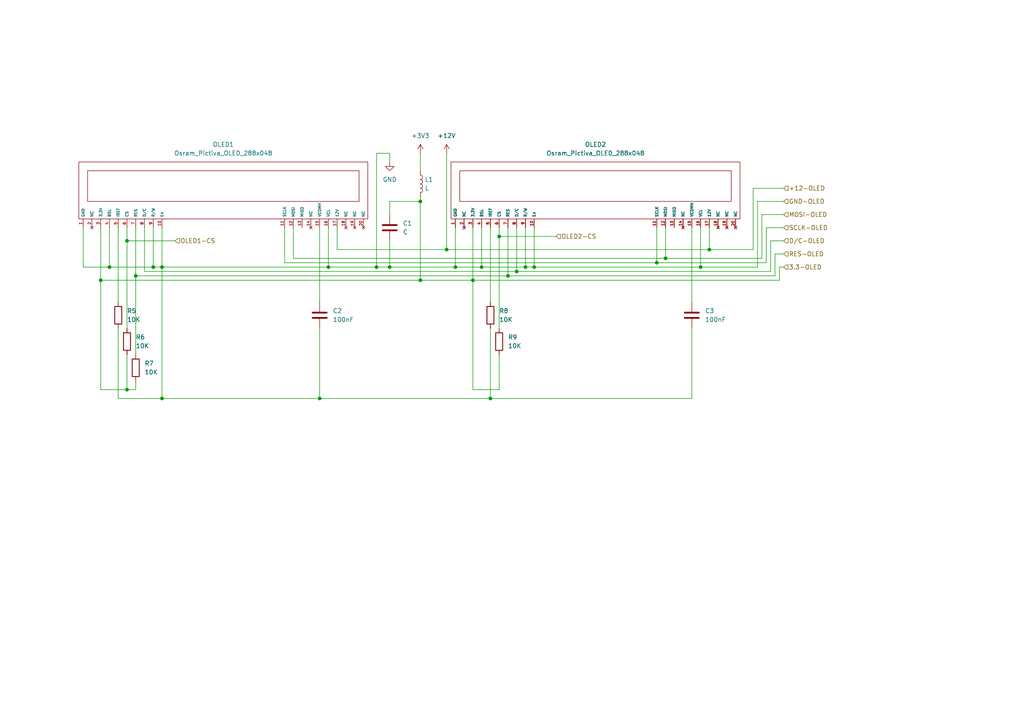
<source format=kicad_sch>
(kicad_sch (version 20211123) (generator eeschema)

  (uuid 2d0176b1-11b2-4357-83f1-ae15d5a8add9)

  (paper "A4")

  (lib_symbols
    (symbol "Device:C" (pin_numbers hide) (pin_names (offset 0.254)) (in_bom yes) (on_board yes)
      (property "Reference" "C" (id 0) (at 0.635 2.54 0)
        (effects (font (size 1.27 1.27)) (justify left))
      )
      (property "Value" "C" (id 1) (at 0.635 -2.54 0)
        (effects (font (size 1.27 1.27)) (justify left))
      )
      (property "Footprint" "" (id 2) (at 0.9652 -3.81 0)
        (effects (font (size 1.27 1.27)) hide)
      )
      (property "Datasheet" "~" (id 3) (at 0 0 0)
        (effects (font (size 1.27 1.27)) hide)
      )
      (property "ki_keywords" "cap capacitor" (id 4) (at 0 0 0)
        (effects (font (size 1.27 1.27)) hide)
      )
      (property "ki_description" "Unpolarized capacitor" (id 5) (at 0 0 0)
        (effects (font (size 1.27 1.27)) hide)
      )
      (property "ki_fp_filters" "C_*" (id 6) (at 0 0 0)
        (effects (font (size 1.27 1.27)) hide)
      )
      (symbol "C_0_1"
        (polyline
          (pts
            (xy -2.032 -0.762)
            (xy 2.032 -0.762)
          )
          (stroke (width 0.508) (type default) (color 0 0 0 0))
          (fill (type none))
        )
        (polyline
          (pts
            (xy -2.032 0.762)
            (xy 2.032 0.762)
          )
          (stroke (width 0.508) (type default) (color 0 0 0 0))
          (fill (type none))
        )
      )
      (symbol "C_1_1"
        (pin passive line (at 0 3.81 270) (length 2.794)
          (name "~" (effects (font (size 1.27 1.27))))
          (number "1" (effects (font (size 1.27 1.27))))
        )
        (pin passive line (at 0 -3.81 90) (length 2.794)
          (name "~" (effects (font (size 1.27 1.27))))
          (number "2" (effects (font (size 1.27 1.27))))
        )
      )
    )
    (symbol "Device:L" (pin_numbers hide) (pin_names (offset 1.016) hide) (in_bom yes) (on_board yes)
      (property "Reference" "L" (id 0) (at -1.27 0 90)
        (effects (font (size 1.27 1.27)))
      )
      (property "Value" "L" (id 1) (at 1.905 0 90)
        (effects (font (size 1.27 1.27)))
      )
      (property "Footprint" "" (id 2) (at 0 0 0)
        (effects (font (size 1.27 1.27)) hide)
      )
      (property "Datasheet" "~" (id 3) (at 0 0 0)
        (effects (font (size 1.27 1.27)) hide)
      )
      (property "ki_keywords" "inductor choke coil reactor magnetic" (id 4) (at 0 0 0)
        (effects (font (size 1.27 1.27)) hide)
      )
      (property "ki_description" "Inductor" (id 5) (at 0 0 0)
        (effects (font (size 1.27 1.27)) hide)
      )
      (property "ki_fp_filters" "Choke_* *Coil* Inductor_* L_*" (id 6) (at 0 0 0)
        (effects (font (size 1.27 1.27)) hide)
      )
      (symbol "L_0_1"
        (arc (start 0 -2.54) (mid 0.635 -1.905) (end 0 -1.27)
          (stroke (width 0) (type default) (color 0 0 0 0))
          (fill (type none))
        )
        (arc (start 0 -1.27) (mid 0.635 -0.635) (end 0 0)
          (stroke (width 0) (type default) (color 0 0 0 0))
          (fill (type none))
        )
        (arc (start 0 0) (mid 0.635 0.635) (end 0 1.27)
          (stroke (width 0) (type default) (color 0 0 0 0))
          (fill (type none))
        )
        (arc (start 0 1.27) (mid 0.635 1.905) (end 0 2.54)
          (stroke (width 0) (type default) (color 0 0 0 0))
          (fill (type none))
        )
      )
      (symbol "L_1_1"
        (pin passive line (at 0 3.81 270) (length 1.27)
          (name "1" (effects (font (size 1.27 1.27))))
          (number "1" (effects (font (size 1.27 1.27))))
        )
        (pin passive line (at 0 -3.81 90) (length 1.27)
          (name "2" (effects (font (size 1.27 1.27))))
          (number "2" (effects (font (size 1.27 1.27))))
        )
      )
    )
    (symbol "Device:R" (pin_numbers hide) (pin_names (offset 0)) (in_bom yes) (on_board yes)
      (property "Reference" "R" (id 0) (at 2.032 0 90)
        (effects (font (size 1.27 1.27)))
      )
      (property "Value" "R" (id 1) (at 0 0 90)
        (effects (font (size 1.27 1.27)))
      )
      (property "Footprint" "" (id 2) (at -1.778 0 90)
        (effects (font (size 1.27 1.27)) hide)
      )
      (property "Datasheet" "~" (id 3) (at 0 0 0)
        (effects (font (size 1.27 1.27)) hide)
      )
      (property "ki_keywords" "R res resistor" (id 4) (at 0 0 0)
        (effects (font (size 1.27 1.27)) hide)
      )
      (property "ki_description" "Resistor" (id 5) (at 0 0 0)
        (effects (font (size 1.27 1.27)) hide)
      )
      (property "ki_fp_filters" "R_*" (id 6) (at 0 0 0)
        (effects (font (size 1.27 1.27)) hide)
      )
      (symbol "R_0_1"
        (rectangle (start -1.016 -2.54) (end 1.016 2.54)
          (stroke (width 0.254) (type default) (color 0 0 0 0))
          (fill (type none))
        )
      )
      (symbol "R_1_1"
        (pin passive line (at 0 3.81 270) (length 1.27)
          (name "~" (effects (font (size 1.27 1.27))))
          (number "1" (effects (font (size 1.27 1.27))))
        )
        (pin passive line (at 0 -3.81 90) (length 1.27)
          (name "~" (effects (font (size 1.27 1.27))))
          (number "2" (effects (font (size 1.27 1.27))))
        )
      )
    )
    (symbol "Display_Graphic:Osram_Pictiva_OLED_288x048" (in_bom yes) (on_board yes)
      (property "Reference" "OLED" (id 0) (at 0 0 0)
        (effects (font (size 1.27 1.27)))
      )
      (property "Value" "Osram_Pictiva_OLED_288x048" (id 1) (at 0 0 0)
        (effects (font (size 1.27 1.27)))
      )
      (property "Footprint" "" (id 2) (at 0 0 0)
        (effects (font (size 1.27 1.27)) hide)
      )
      (property "Datasheet" "" (id 3) (at 0 0 0)
        (effects (font (size 1.27 1.27)) hide)
      )
      (symbol "Osram_Pictiva_OLED_288x048_0_1"
        (rectangle (start -41.91 10.16) (end 41.91 -6.35)
          (stroke (width 0) (type default) (color 0 0 0 0))
          (fill (type none))
        )
        (rectangle (start -39.37 7.62) (end 39.37 -1.27)
          (stroke (width 0) (type default) (color 0 0 0 0))
          (fill (type none))
        )
      )
      (symbol "Osram_Pictiva_OLED_288x048_1_1"
        (pin power_in line (at -40.64 -8.89 90) (length 2.54)
          (name "GND" (effects (font (size 0.8 0.8))))
          (number "1" (effects (font (size 0.8 0.8))))
        )
        (pin input line (at -17.78 -8.89 90) (length 2.54)
          (name "En" (effects (font (size 0.8 0.8))))
          (number "10" (effects (font (size 0.8 0.8))))
        )
        (pin input line (at 17.78 -8.89 90) (length 2.54)
          (name "SCLK" (effects (font (size 0.8 0.8))))
          (number "11" (effects (font (size 0.8 0.8))))
        )
        (pin input line (at 20.32 -8.89 90) (length 2.54)
          (name "MOSI" (effects (font (size 0.8 0.8))))
          (number "12" (effects (font (size 0.8 0.8))))
        )
        (pin output line (at 22.86 -8.89 90) (length 2.54)
          (name "MISO" (effects (font (size 0.8 0.8))))
          (number "13" (effects (font (size 0.8 0.8))))
        )
        (pin no_connect line (at 25.4 -8.89 90) (length 2.54)
          (name "NC" (effects (font (size 0.8 0.8))))
          (number "14" (effects (font (size 0.8 0.8))))
        )
        (pin input line (at 27.94 -8.89 90) (length 2.54)
          (name "VCOMH" (effects (font (size 0.8 0.8))))
          (number "15" (effects (font (size 0.8 0.8))))
        )
        (pin power_in line (at 30.48 -8.89 90) (length 2.54)
          (name "VCL" (effects (font (size 0.8 0.8))))
          (number "16" (effects (font (size 0.8 0.8))))
        )
        (pin power_in line (at 33.02 -8.89 90) (length 2.54)
          (name "12V" (effects (font (size 0.8 0.8))))
          (number "17" (effects (font (size 0.8 0.8))))
        )
        (pin no_connect line (at 35.56 -8.89 90) (length 2.54)
          (name "NC" (effects (font (size 0.8 0.8))))
          (number "18" (effects (font (size 0.8 0.8))))
        )
        (pin no_connect line (at 38.1 -8.89 90) (length 2.54)
          (name "NC" (effects (font (size 0.8 0.8))))
          (number "19" (effects (font (size 0.8 0.8))))
        )
        (pin no_connect line (at -38.1 -8.89 90) (length 2.54)
          (name "NC" (effects (font (size 0.8 0.8))))
          (number "2" (effects (font (size 0.8 0.8))))
        )
        (pin no_connect line (at 40.64 -8.89 90) (length 2.54)
          (name "NC" (effects (font (size 0.8 0.8))))
          (number "20" (effects (font (size 0.8 0.8))))
        )
        (pin power_in line (at -35.56 -8.89 90) (length 2.54)
          (name "3.3V" (effects (font (size 0.8 0.8))))
          (number "3" (effects (font (size 0.8 0.8))))
        )
        (pin input line (at -33.02 -8.89 90) (length 2.54)
          (name "BSL" (effects (font (size 0.8 0.8))))
          (number "4" (effects (font (size 0.8 0.8))))
        )
        (pin input line (at -30.48 -8.89 90) (length 2.54)
          (name "IREF" (effects (font (size 0.8 0.8))))
          (number "5" (effects (font (size 0.8 0.8))))
        )
        (pin input line (at -27.94 -8.89 90) (length 2.54)
          (name "CS" (effects (font (size 0.8 0.8))))
          (number "6" (effects (font (size 0.8 0.8))))
        )
        (pin input line (at -25.4 -8.89 90) (length 2.54)
          (name "RES" (effects (font (size 0.8 0.8))))
          (number "7" (effects (font (size 0.8 0.8))))
        )
        (pin input line (at -22.86 -8.89 90) (length 2.54)
          (name "D/C" (effects (font (size 0.8 0.8))))
          (number "8" (effects (font (size 0.8 0.8))))
        )
        (pin input line (at -20.32 -8.89 90) (length 2.54)
          (name "R/W" (effects (font (size 0.8 0.8))))
          (number "9" (effects (font (size 0.8 0.8))))
        )
      )
    )
    (symbol "power:+12V" (power) (pin_names (offset 0)) (in_bom yes) (on_board yes)
      (property "Reference" "#PWR" (id 0) (at 0 -3.81 0)
        (effects (font (size 1.27 1.27)) hide)
      )
      (property "Value" "+12V" (id 1) (at 0 3.556 0)
        (effects (font (size 1.27 1.27)))
      )
      (property "Footprint" "" (id 2) (at 0 0 0)
        (effects (font (size 1.27 1.27)) hide)
      )
      (property "Datasheet" "" (id 3) (at 0 0 0)
        (effects (font (size 1.27 1.27)) hide)
      )
      (property "ki_keywords" "power-flag" (id 4) (at 0 0 0)
        (effects (font (size 1.27 1.27)) hide)
      )
      (property "ki_description" "Power symbol creates a global label with name \"+12V\"" (id 5) (at 0 0 0)
        (effects (font (size 1.27 1.27)) hide)
      )
      (symbol "+12V_0_1"
        (polyline
          (pts
            (xy -0.762 1.27)
            (xy 0 2.54)
          )
          (stroke (width 0) (type default) (color 0 0 0 0))
          (fill (type none))
        )
        (polyline
          (pts
            (xy 0 0)
            (xy 0 2.54)
          )
          (stroke (width 0) (type default) (color 0 0 0 0))
          (fill (type none))
        )
        (polyline
          (pts
            (xy 0 2.54)
            (xy 0.762 1.27)
          )
          (stroke (width 0) (type default) (color 0 0 0 0))
          (fill (type none))
        )
      )
      (symbol "+12V_1_1"
        (pin power_in line (at 0 0 90) (length 0) hide
          (name "+12V" (effects (font (size 1.27 1.27))))
          (number "1" (effects (font (size 1.27 1.27))))
        )
      )
    )
    (symbol "power:+3.3V" (power) (pin_names (offset 0)) (in_bom yes) (on_board yes)
      (property "Reference" "#PWR" (id 0) (at 0 -3.81 0)
        (effects (font (size 1.27 1.27)) hide)
      )
      (property "Value" "+3.3V" (id 1) (at 0 3.556 0)
        (effects (font (size 1.27 1.27)))
      )
      (property "Footprint" "" (id 2) (at 0 0 0)
        (effects (font (size 1.27 1.27)) hide)
      )
      (property "Datasheet" "" (id 3) (at 0 0 0)
        (effects (font (size 1.27 1.27)) hide)
      )
      (property "ki_keywords" "power-flag" (id 4) (at 0 0 0)
        (effects (font (size 1.27 1.27)) hide)
      )
      (property "ki_description" "Power symbol creates a global label with name \"+3.3V\"" (id 5) (at 0 0 0)
        (effects (font (size 1.27 1.27)) hide)
      )
      (symbol "+3.3V_0_1"
        (polyline
          (pts
            (xy -0.762 1.27)
            (xy 0 2.54)
          )
          (stroke (width 0) (type default) (color 0 0 0 0))
          (fill (type none))
        )
        (polyline
          (pts
            (xy 0 0)
            (xy 0 2.54)
          )
          (stroke (width 0) (type default) (color 0 0 0 0))
          (fill (type none))
        )
        (polyline
          (pts
            (xy 0 2.54)
            (xy 0.762 1.27)
          )
          (stroke (width 0) (type default) (color 0 0 0 0))
          (fill (type none))
        )
      )
      (symbol "+3.3V_1_1"
        (pin power_in line (at 0 0 90) (length 0) hide
          (name "+3V3" (effects (font (size 1.27 1.27))))
          (number "1" (effects (font (size 1.27 1.27))))
        )
      )
    )
    (symbol "power:GND" (power) (pin_names (offset 0)) (in_bom yes) (on_board yes)
      (property "Reference" "#PWR" (id 0) (at 0 -6.35 0)
        (effects (font (size 1.27 1.27)) hide)
      )
      (property "Value" "GND" (id 1) (at 0 -3.81 0)
        (effects (font (size 1.27 1.27)))
      )
      (property "Footprint" "" (id 2) (at 0 0 0)
        (effects (font (size 1.27 1.27)) hide)
      )
      (property "Datasheet" "" (id 3) (at 0 0 0)
        (effects (font (size 1.27 1.27)) hide)
      )
      (property "ki_keywords" "power-flag" (id 4) (at 0 0 0)
        (effects (font (size 1.27 1.27)) hide)
      )
      (property "ki_description" "Power symbol creates a global label with name \"GND\" , ground" (id 5) (at 0 0 0)
        (effects (font (size 1.27 1.27)) hide)
      )
      (symbol "GND_0_1"
        (polyline
          (pts
            (xy 0 0)
            (xy 0 -1.27)
            (xy 1.27 -1.27)
            (xy 0 -2.54)
            (xy -1.27 -1.27)
            (xy 0 -1.27)
          )
          (stroke (width 0) (type default) (color 0 0 0 0))
          (fill (type none))
        )
      )
      (symbol "GND_1_1"
        (pin power_in line (at 0 0 270) (length 0) hide
          (name "GND" (effects (font (size 1.27 1.27))))
          (number "1" (effects (font (size 1.27 1.27))))
        )
      )
    )
  )

  (junction (at 149.86 78.74) (diameter 0) (color 0 0 0 0)
    (uuid 0087b9fc-2184-4277-b27d-fdc9864f96b5)
  )
  (junction (at 139.7 77.47) (diameter 0) (color 0 0 0 0)
    (uuid 0f7bb6a9-fb4c-4cc7-a618-265603693280)
  )
  (junction (at 132.08 77.47) (diameter 0) (color 0 0 0 0)
    (uuid 1a019864-a904-4935-be64-535592bb1b74)
  )
  (junction (at 31.75 77.47) (diameter 0) (color 0 0 0 0)
    (uuid 1bcc0a18-2fc0-43a5-b774-aa35959beaec)
  )
  (junction (at 29.21 81.28) (diameter 0) (color 0 0 0 0)
    (uuid 29cf8c51-9798-4fdd-8e65-83c4455908e7)
  )
  (junction (at 92.71 115.57) (diameter 0) (color 0 0 0 0)
    (uuid 2b7b1c93-0ffb-444b-80bc-f41a1e2a41f7)
  )
  (junction (at 205.74 72.39) (diameter 0) (color 0 0 0 0)
    (uuid 2c3c5a88-d8d5-4e8e-8fe3-709de6747d75)
  )
  (junction (at 203.2 77.47) (diameter 0) (color 0 0 0 0)
    (uuid 473a8c4d-c34e-4a64-9807-4ff2269ed547)
  )
  (junction (at 46.99 115.57) (diameter 0) (color 0 0 0 0)
    (uuid 4ee63312-db00-48a6-80c5-cb5982ad8393)
  )
  (junction (at 46.99 77.47) (diameter 0) (color 0 0 0 0)
    (uuid 51e4dad3-4247-468a-97e2-56c309805d85)
  )
  (junction (at 152.4 77.47) (diameter 0) (color 0 0 0 0)
    (uuid 543596d3-2fec-4d83-b1c6-3219b582954e)
  )
  (junction (at 137.16 81.28) (diameter 0) (color 0 0 0 0)
    (uuid 638117ff-a73c-4a76-976b-ab6ab724fb0a)
  )
  (junction (at 36.83 69.85) (diameter 0) (color 0 0 0 0)
    (uuid 6bef494c-4365-4e0b-b76a-20f0c1d37b83)
  )
  (junction (at 129.54 72.39) (diameter 0) (color 0 0 0 0)
    (uuid 6e75c306-3b2d-40fa-961f-01069a5a3f8c)
  )
  (junction (at 190.5 76.2) (diameter 0) (color 0 0 0 0)
    (uuid 8736e9c8-b62b-4fa4-ae8a-96b65253d2f1)
  )
  (junction (at 147.32 80.01) (diameter 0) (color 0 0 0 0)
    (uuid 898ba621-ba62-475b-b2cf-70b931e26d57)
  )
  (junction (at 44.45 77.47) (diameter 0) (color 0 0 0 0)
    (uuid 8e5836d9-1b12-407d-ac5d-594d0454f386)
  )
  (junction (at 36.83 113.03) (diameter 0) (color 0 0 0 0)
    (uuid 92c634d5-c0f7-4929-99fe-0a253922d47b)
  )
  (junction (at 113.03 77.47) (diameter 0) (color 0 0 0 0)
    (uuid 93cb07c7-6cc4-4d8f-a96e-e7de33612c9c)
  )
  (junction (at 39.37 80.01) (diameter 0) (color 0 0 0 0)
    (uuid ad96f3ff-49fb-4441-a84e-480d839b6ecd)
  )
  (junction (at 109.22 77.47) (diameter 0) (color 0 0 0 0)
    (uuid bc6f558f-3669-49d2-ba21-a83dff477ea5)
  )
  (junction (at 142.24 115.57) (diameter 0) (color 0 0 0 0)
    (uuid c43f350f-959b-4ace-99e2-b0a5d0d4b386)
  )
  (junction (at 154.94 77.47) (diameter 0) (color 0 0 0 0)
    (uuid c5802fe4-01a0-4bdb-9a97-7f0ddfdb9898)
  )
  (junction (at 193.04 74.93) (diameter 0) (color 0 0 0 0)
    (uuid cf900bf1-eef6-4ea6-b1e1-76ef07f4cb22)
  )
  (junction (at 144.78 68.58) (diameter 0) (color 0 0 0 0)
    (uuid d96ef590-f426-4338-9374-1b89e28e7ee2)
  )
  (junction (at 121.92 81.28) (diameter 0) (color 0 0 0 0)
    (uuid da2a6d33-259a-47ea-bf00-7185638d5980)
  )
  (junction (at 121.92 58.42) (diameter 0) (color 0 0 0 0)
    (uuid dd9297cc-9e4d-4ca0-acb7-cd43c2f80aaf)
  )
  (junction (at 95.25 77.47) (diameter 0) (color 0 0 0 0)
    (uuid fee582da-d8ee-4ffd-9b39-10f6951de264)
  )

  (wire (pts (xy 24.13 66.04) (xy 24.13 77.47))
    (stroke (width 0) (type default) (color 0 0 0 0))
    (uuid 012eae13-83b4-4d27-ae83-e05f0fb33ad0)
  )
  (wire (pts (xy 121.92 58.42) (xy 121.92 81.28))
    (stroke (width 0) (type default) (color 0 0 0 0))
    (uuid 01d0d2e9-cbe0-4d96-82f2-a74a23a5c6b7)
  )
  (wire (pts (xy 97.79 66.04) (xy 97.79 72.39))
    (stroke (width 0) (type default) (color 0 0 0 0))
    (uuid 03474ded-1292-4339-8517-c9b117904c54)
  )
  (wire (pts (xy 226.06 77.47) (xy 227.33 77.47))
    (stroke (width 0) (type default) (color 0 0 0 0))
    (uuid 036dd091-0a60-40ff-8218-c638574b3a93)
  )
  (wire (pts (xy 137.16 113.03) (xy 137.16 81.28))
    (stroke (width 0) (type default) (color 0 0 0 0))
    (uuid 0703ea74-b4a4-4d51-9a1c-68cf4066829a)
  )
  (wire (pts (xy 149.86 78.74) (xy 223.52 78.74))
    (stroke (width 0) (type default) (color 0 0 0 0))
    (uuid 0b485980-164a-420f-aa20-9bba2db9ae3b)
  )
  (wire (pts (xy 144.78 102.87) (xy 144.78 113.03))
    (stroke (width 0) (type default) (color 0 0 0 0))
    (uuid 0c7685bf-3412-4bc9-a03f-220ce2ff4409)
  )
  (wire (pts (xy 218.44 54.61) (xy 227.33 54.61))
    (stroke (width 0) (type default) (color 0 0 0 0))
    (uuid 0f4b4dc8-feb1-4d06-a73d-076ace7fd8e2)
  )
  (wire (pts (xy 203.2 77.47) (xy 219.71 77.47))
    (stroke (width 0) (type default) (color 0 0 0 0))
    (uuid 13737581-7dfd-4db0-80d0-2e29b2627948)
  )
  (wire (pts (xy 154.94 77.47) (xy 154.94 66.04))
    (stroke (width 0) (type default) (color 0 0 0 0))
    (uuid 18801a92-9f94-4725-b8a6-3e22c6ff6fe5)
  )
  (wire (pts (xy 149.86 78.74) (xy 149.86 66.04))
    (stroke (width 0) (type default) (color 0 0 0 0))
    (uuid 1c03bb57-7819-4cfb-af80-f6645ea79313)
  )
  (wire (pts (xy 29.21 66.04) (xy 29.21 81.28))
    (stroke (width 0) (type default) (color 0 0 0 0))
    (uuid 1cbbfee4-06dd-44ee-af91-d336edf2459c)
  )
  (wire (pts (xy 142.24 66.04) (xy 142.24 87.63))
    (stroke (width 0) (type default) (color 0 0 0 0))
    (uuid 1f7b2375-f101-4156-b489-2943ece797e5)
  )
  (wire (pts (xy 220.98 74.93) (xy 220.98 62.23))
    (stroke (width 0) (type default) (color 0 0 0 0))
    (uuid 23ccef44-4fac-4320-80b8-733634334a7a)
  )
  (wire (pts (xy 193.04 74.93) (xy 193.04 66.04))
    (stroke (width 0) (type default) (color 0 0 0 0))
    (uuid 2764006c-3847-4807-a806-dce63aa294b3)
  )
  (wire (pts (xy 223.52 69.85) (xy 227.33 69.85))
    (stroke (width 0) (type default) (color 0 0 0 0))
    (uuid 277fdcb7-eab2-4e89-acac-61d3253f24fa)
  )
  (wire (pts (xy 142.24 115.57) (xy 200.66 115.57))
    (stroke (width 0) (type default) (color 0 0 0 0))
    (uuid 291be11f-562b-493e-8eb0-e748775eed57)
  )
  (wire (pts (xy 139.7 66.04) (xy 139.7 77.47))
    (stroke (width 0) (type default) (color 0 0 0 0))
    (uuid 292dd3ce-cde0-4e3f-b9b1-8492fa02bad8)
  )
  (wire (pts (xy 147.32 80.01) (xy 147.32 66.04))
    (stroke (width 0) (type default) (color 0 0 0 0))
    (uuid 295524ca-734d-4688-b035-bfe8f0cd63fd)
  )
  (wire (pts (xy 92.71 66.04) (xy 92.71 87.63))
    (stroke (width 0) (type default) (color 0 0 0 0))
    (uuid 2a38b809-f858-4d94-b98b-86010b4c5ee9)
  )
  (wire (pts (xy 36.83 113.03) (xy 39.37 113.03))
    (stroke (width 0) (type default) (color 0 0 0 0))
    (uuid 2b7c1cfc-ce63-43bf-80e4-d4e2a265b9fd)
  )
  (wire (pts (xy 137.16 81.28) (xy 226.06 81.28))
    (stroke (width 0) (type default) (color 0 0 0 0))
    (uuid 2d145cb5-1be0-477e-992b-b0e3ad13d954)
  )
  (wire (pts (xy 29.21 81.28) (xy 29.21 113.03))
    (stroke (width 0) (type default) (color 0 0 0 0))
    (uuid 2dec3f16-d443-4e35-ae47-c02c1ae03a32)
  )
  (wire (pts (xy 39.37 113.03) (xy 39.37 110.49))
    (stroke (width 0) (type default) (color 0 0 0 0))
    (uuid 336624c2-cd01-444a-9f80-164d40cc7c04)
  )
  (wire (pts (xy 46.99 77.47) (xy 95.25 77.47))
    (stroke (width 0) (type default) (color 0 0 0 0))
    (uuid 392a8496-7268-4852-ae7f-22bc56dcf013)
  )
  (wire (pts (xy 97.79 72.39) (xy 129.54 72.39))
    (stroke (width 0) (type default) (color 0 0 0 0))
    (uuid 3abf8a82-e3de-44cf-8190-53608ceaec98)
  )
  (wire (pts (xy 200.66 66.04) (xy 200.66 87.63))
    (stroke (width 0) (type default) (color 0 0 0 0))
    (uuid 43b924a3-d857-4ce1-ac06-23445ead30cb)
  )
  (wire (pts (xy 219.71 77.47) (xy 219.71 58.42))
    (stroke (width 0) (type default) (color 0 0 0 0))
    (uuid 43d9526a-f36c-41ce-8c7e-3e6956756a3f)
  )
  (wire (pts (xy 46.99 115.57) (xy 34.29 115.57))
    (stroke (width 0) (type default) (color 0 0 0 0))
    (uuid 461baedb-a09d-4b58-b714-e15c7a7c6c98)
  )
  (wire (pts (xy 200.66 115.57) (xy 200.66 95.25))
    (stroke (width 0) (type default) (color 0 0 0 0))
    (uuid 47fe01b9-543b-4796-90c1-331b0d937bbe)
  )
  (wire (pts (xy 129.54 72.39) (xy 205.74 72.39))
    (stroke (width 0) (type default) (color 0 0 0 0))
    (uuid 48d9fad0-e48b-48c8-a669-9e27640f9372)
  )
  (wire (pts (xy 205.74 72.39) (xy 218.44 72.39))
    (stroke (width 0) (type default) (color 0 0 0 0))
    (uuid 4a44358c-7759-40f7-b824-5218ed25ca2b)
  )
  (wire (pts (xy 44.45 66.04) (xy 44.45 77.47))
    (stroke (width 0) (type default) (color 0 0 0 0))
    (uuid 4ac7ad7d-928d-43ac-bd7c-4ba6092580ff)
  )
  (wire (pts (xy 193.04 74.93) (xy 220.98 74.93))
    (stroke (width 0) (type default) (color 0 0 0 0))
    (uuid 4bb3b12c-3303-4c65-945e-ee1232927f81)
  )
  (wire (pts (xy 24.13 77.47) (xy 31.75 77.47))
    (stroke (width 0) (type default) (color 0 0 0 0))
    (uuid 4d56a1cf-18c7-4783-b30d-b4b44325ba8a)
  )
  (wire (pts (xy 190.5 76.2) (xy 222.25 76.2))
    (stroke (width 0) (type default) (color 0 0 0 0))
    (uuid 5104cfa4-82e4-4157-aef5-56c930c2d6bf)
  )
  (wire (pts (xy 223.52 78.74) (xy 223.52 69.85))
    (stroke (width 0) (type default) (color 0 0 0 0))
    (uuid 54dbd678-f489-46c9-8edd-a6ed82da6557)
  )
  (wire (pts (xy 205.74 72.39) (xy 205.74 66.04))
    (stroke (width 0) (type default) (color 0 0 0 0))
    (uuid 572de99f-10cd-4a7a-8960-9882f256909c)
  )
  (wire (pts (xy 121.92 44.45) (xy 121.92 49.53))
    (stroke (width 0) (type default) (color 0 0 0 0))
    (uuid 5940db9b-5cd4-4d4b-9f1b-a2751aacd94b)
  )
  (wire (pts (xy 34.29 115.57) (xy 34.29 95.25))
    (stroke (width 0) (type default) (color 0 0 0 0))
    (uuid 5aaf31cd-299d-4ffc-a002-a52281745d47)
  )
  (wire (pts (xy 137.16 81.28) (xy 137.16 66.04))
    (stroke (width 0) (type default) (color 0 0 0 0))
    (uuid 5ef603f2-8407-4088-9f29-0b64dd4b046f)
  )
  (wire (pts (xy 36.83 66.04) (xy 36.83 69.85))
    (stroke (width 0) (type default) (color 0 0 0 0))
    (uuid 5f8cf0a3-5039-4ac4-8310-e201f8c0505f)
  )
  (wire (pts (xy 144.78 68.58) (xy 161.29 68.58))
    (stroke (width 0) (type default) (color 0 0 0 0))
    (uuid 64ab901b-ea46-43a5-9f7f-64cceeb0129b)
  )
  (wire (pts (xy 218.44 72.39) (xy 218.44 54.61))
    (stroke (width 0) (type default) (color 0 0 0 0))
    (uuid 666dc925-2b95-4de4-a148-45e51fb4be3f)
  )
  (wire (pts (xy 113.03 46.99) (xy 113.03 44.45))
    (stroke (width 0) (type default) (color 0 0 0 0))
    (uuid 67b22c72-045a-4f97-be2d-4eb7aa530e09)
  )
  (wire (pts (xy 85.09 66.04) (xy 85.09 74.93))
    (stroke (width 0) (type default) (color 0 0 0 0))
    (uuid 67f3a2e6-3d00-44f0-8062-0da93e56cfff)
  )
  (wire (pts (xy 109.22 44.45) (xy 109.22 77.47))
    (stroke (width 0) (type default) (color 0 0 0 0))
    (uuid 6861396a-694b-4791-8c17-76d9da6380db)
  )
  (wire (pts (xy 113.03 77.47) (xy 132.08 77.47))
    (stroke (width 0) (type default) (color 0 0 0 0))
    (uuid 6ccb8509-0a28-45b8-9448-0b3d320723fb)
  )
  (wire (pts (xy 92.71 95.25) (xy 92.71 115.57))
    (stroke (width 0) (type default) (color 0 0 0 0))
    (uuid 717a21a1-468c-4af5-8f1e-d91649ca6eb0)
  )
  (wire (pts (xy 92.71 115.57) (xy 142.24 115.57))
    (stroke (width 0) (type default) (color 0 0 0 0))
    (uuid 723f281e-d45b-43e8-bc26-55427c4de886)
  )
  (wire (pts (xy 121.92 57.15) (xy 121.92 58.42))
    (stroke (width 0) (type default) (color 0 0 0 0))
    (uuid 7626ef76-584a-445f-9e79-de3783be12b9)
  )
  (wire (pts (xy 219.71 58.42) (xy 227.33 58.42))
    (stroke (width 0) (type default) (color 0 0 0 0))
    (uuid 774c4b1d-79c0-44d6-bba4-f8afd35d4a73)
  )
  (wire (pts (xy 34.29 66.04) (xy 34.29 87.63))
    (stroke (width 0) (type default) (color 0 0 0 0))
    (uuid 7b06ccc5-25d7-4e44-82be-cb82382c2be0)
  )
  (wire (pts (xy 44.45 77.47) (xy 46.99 77.47))
    (stroke (width 0) (type default) (color 0 0 0 0))
    (uuid 7fb62c6b-aac1-44db-be2f-6c6048eb582e)
  )
  (wire (pts (xy 109.22 77.47) (xy 113.03 77.47))
    (stroke (width 0) (type default) (color 0 0 0 0))
    (uuid 8517f2bb-80d8-480c-9fcc-9505667d7d1f)
  )
  (wire (pts (xy 152.4 77.47) (xy 154.94 77.47))
    (stroke (width 0) (type default) (color 0 0 0 0))
    (uuid 854a81bd-225f-41d4-aa07-2d21bab39ad9)
  )
  (wire (pts (xy 36.83 69.85) (xy 36.83 95.25))
    (stroke (width 0) (type default) (color 0 0 0 0))
    (uuid 88f033d8-9eee-455d-bd33-62e2c15c9036)
  )
  (wire (pts (xy 144.78 66.04) (xy 144.78 68.58))
    (stroke (width 0) (type default) (color 0 0 0 0))
    (uuid 8d461b4d-62dc-488b-8977-3c95555f9343)
  )
  (wire (pts (xy 95.25 66.04) (xy 95.25 77.47))
    (stroke (width 0) (type default) (color 0 0 0 0))
    (uuid 8d98eeef-b33a-427a-b9e4-ff41d7ccd597)
  )
  (wire (pts (xy 132.08 66.04) (xy 132.08 77.47))
    (stroke (width 0) (type default) (color 0 0 0 0))
    (uuid 8ef22a48-a7bc-4acc-b419-1aa2a0075d15)
  )
  (wire (pts (xy 190.5 76.2) (xy 82.55 76.2))
    (stroke (width 0) (type default) (color 0 0 0 0))
    (uuid 96ecc88d-fa25-4d68-9660-5ce1a5944e40)
  )
  (wire (pts (xy 147.32 80.01) (xy 224.79 80.01))
    (stroke (width 0) (type default) (color 0 0 0 0))
    (uuid 9762791f-25dd-40fb-b916-c74ce15ba429)
  )
  (wire (pts (xy 39.37 80.01) (xy 147.32 80.01))
    (stroke (width 0) (type default) (color 0 0 0 0))
    (uuid 9e89c054-9aca-4900-8ce0-ebf113b10d5f)
  )
  (wire (pts (xy 92.71 115.57) (xy 46.99 115.57))
    (stroke (width 0) (type default) (color 0 0 0 0))
    (uuid 9f58765b-28e1-4b4e-ab04-6066082b1079)
  )
  (wire (pts (xy 41.91 78.74) (xy 149.86 78.74))
    (stroke (width 0) (type default) (color 0 0 0 0))
    (uuid a2a9e67e-e40c-4513-8af9-e8d115b3dc7a)
  )
  (wire (pts (xy 144.78 113.03) (xy 137.16 113.03))
    (stroke (width 0) (type default) (color 0 0 0 0))
    (uuid a36ae19e-303a-4106-9f8e-81106fab02f4)
  )
  (wire (pts (xy 36.83 102.87) (xy 36.83 113.03))
    (stroke (width 0) (type default) (color 0 0 0 0))
    (uuid a523d7ef-5f7d-4ab4-865c-351d3e69da5e)
  )
  (wire (pts (xy 41.91 66.04) (xy 41.91 78.74))
    (stroke (width 0) (type default) (color 0 0 0 0))
    (uuid a8ebd2ec-7c16-4f81-901b-72b8ef298297)
  )
  (wire (pts (xy 144.78 68.58) (xy 144.78 95.25))
    (stroke (width 0) (type default) (color 0 0 0 0))
    (uuid aade682f-4f30-4536-a302-aadb04cc4494)
  )
  (wire (pts (xy 121.92 81.28) (xy 137.16 81.28))
    (stroke (width 0) (type default) (color 0 0 0 0))
    (uuid ac9bddd6-4893-47e3-9e2e-f4af2e54d2fc)
  )
  (wire (pts (xy 113.03 58.42) (xy 121.92 58.42))
    (stroke (width 0) (type default) (color 0 0 0 0))
    (uuid ae5ef6d5-c995-4b81-934c-501872ce6752)
  )
  (wire (pts (xy 113.03 58.42) (xy 113.03 62.23))
    (stroke (width 0) (type default) (color 0 0 0 0))
    (uuid b2548020-3ce4-4fdc-9a64-8fcd2e6de413)
  )
  (wire (pts (xy 224.79 80.01) (xy 224.79 73.66))
    (stroke (width 0) (type default) (color 0 0 0 0))
    (uuid b343d822-3149-4100-8674-700ddf195f1b)
  )
  (wire (pts (xy 142.24 95.25) (xy 142.24 115.57))
    (stroke (width 0) (type default) (color 0 0 0 0))
    (uuid b7b912dc-1955-41be-ac01-54cde64e6251)
  )
  (wire (pts (xy 152.4 66.04) (xy 152.4 77.47))
    (stroke (width 0) (type default) (color 0 0 0 0))
    (uuid b93825d5-7a1f-4179-9744-617095ea2217)
  )
  (wire (pts (xy 113.03 44.45) (xy 109.22 44.45))
    (stroke (width 0) (type default) (color 0 0 0 0))
    (uuid b9d13894-fa1c-4284-9d8b-e905ac2bc28e)
  )
  (wire (pts (xy 95.25 77.47) (xy 109.22 77.47))
    (stroke (width 0) (type default) (color 0 0 0 0))
    (uuid be0b1587-8e2d-41fb-a460-54b954d48a33)
  )
  (wire (pts (xy 226.06 81.28) (xy 226.06 77.47))
    (stroke (width 0) (type default) (color 0 0 0 0))
    (uuid c08db16e-bbb7-4f02-9681-9df69e1be7d2)
  )
  (wire (pts (xy 29.21 113.03) (xy 36.83 113.03))
    (stroke (width 0) (type default) (color 0 0 0 0))
    (uuid c4125ae3-f99d-4bf7-91df-c957f431ef6d)
  )
  (wire (pts (xy 190.5 66.04) (xy 190.5 76.2))
    (stroke (width 0) (type default) (color 0 0 0 0))
    (uuid c524f6fc-3b24-4960-a388-49e20756a13b)
  )
  (wire (pts (xy 132.08 77.47) (xy 139.7 77.47))
    (stroke (width 0) (type default) (color 0 0 0 0))
    (uuid c6fad4a8-8a28-4b24-88f8-d699b5879efc)
  )
  (wire (pts (xy 220.98 62.23) (xy 227.33 62.23))
    (stroke (width 0) (type default) (color 0 0 0 0))
    (uuid cac229b9-4e45-4ff2-99e5-58a9f42e10ad)
  )
  (wire (pts (xy 46.99 77.47) (xy 46.99 115.57))
    (stroke (width 0) (type default) (color 0 0 0 0))
    (uuid cd0ca059-5739-4d34-88ef-2781190d72d6)
  )
  (wire (pts (xy 139.7 77.47) (xy 152.4 77.47))
    (stroke (width 0) (type default) (color 0 0 0 0))
    (uuid cd5b2c9c-4daf-4769-bdcc-6e8e9251d177)
  )
  (wire (pts (xy 129.54 44.45) (xy 129.54 72.39))
    (stroke (width 0) (type default) (color 0 0 0 0))
    (uuid d4b7dacf-399f-4f7a-bda1-4fdb2380c194)
  )
  (wire (pts (xy 31.75 66.04) (xy 31.75 77.47))
    (stroke (width 0) (type default) (color 0 0 0 0))
    (uuid d852efc9-a3fc-47df-9fdc-4bed1218cd56)
  )
  (wire (pts (xy 39.37 80.01) (xy 39.37 102.87))
    (stroke (width 0) (type default) (color 0 0 0 0))
    (uuid d9976bfe-205e-435c-805a-f546d7d0effb)
  )
  (wire (pts (xy 39.37 66.04) (xy 39.37 80.01))
    (stroke (width 0) (type default) (color 0 0 0 0))
    (uuid dd9fa444-4fb3-4376-9c55-f02ec1f47794)
  )
  (wire (pts (xy 203.2 66.04) (xy 203.2 77.47))
    (stroke (width 0) (type default) (color 0 0 0 0))
    (uuid e6648d9c-fc2f-4a11-b146-ba0828230f0b)
  )
  (wire (pts (xy 113.03 69.85) (xy 113.03 77.47))
    (stroke (width 0) (type default) (color 0 0 0 0))
    (uuid e67569fe-a7de-420c-baba-160254bbdc77)
  )
  (wire (pts (xy 224.79 73.66) (xy 227.33 73.66))
    (stroke (width 0) (type default) (color 0 0 0 0))
    (uuid e7929458-8a46-427f-993b-013f276b81fb)
  )
  (wire (pts (xy 222.25 66.04) (xy 227.33 66.04))
    (stroke (width 0) (type default) (color 0 0 0 0))
    (uuid ef9e8885-f88c-4bc9-bb48-edf2ce0e21ce)
  )
  (wire (pts (xy 82.55 76.2) (xy 82.55 66.04))
    (stroke (width 0) (type default) (color 0 0 0 0))
    (uuid f02434bc-ce62-47ab-8464-de7312e3d196)
  )
  (wire (pts (xy 31.75 77.47) (xy 44.45 77.47))
    (stroke (width 0) (type default) (color 0 0 0 0))
    (uuid f08687ab-7ec9-4dbd-9ecb-acbd76335bad)
  )
  (wire (pts (xy 203.2 77.47) (xy 154.94 77.47))
    (stroke (width 0) (type default) (color 0 0 0 0))
    (uuid f1b9a600-ba70-47e2-9b0b-c518eb36c05f)
  )
  (wire (pts (xy 85.09 74.93) (xy 193.04 74.93))
    (stroke (width 0) (type default) (color 0 0 0 0))
    (uuid f5447cdb-cf7b-4327-bcbc-36bc0d0c6d3a)
  )
  (wire (pts (xy 222.25 76.2) (xy 222.25 66.04))
    (stroke (width 0) (type default) (color 0 0 0 0))
    (uuid f8c0c85b-63aa-4456-8454-d2738e87b07e)
  )
  (wire (pts (xy 29.21 81.28) (xy 121.92 81.28))
    (stroke (width 0) (type default) (color 0 0 0 0))
    (uuid f8e9fc00-8f60-4688-b1c9-6de1e4c0c204)
  )
  (wire (pts (xy 36.83 69.85) (xy 50.8 69.85))
    (stroke (width 0) (type default) (color 0 0 0 0))
    (uuid fd693e1b-ee8d-4a26-aae0-561ba4b09a82)
  )
  (wire (pts (xy 46.99 66.04) (xy 46.99 77.47))
    (stroke (width 0) (type default) (color 0 0 0 0))
    (uuid fe7c6c0e-663a-4fba-b184-2168dd066d93)
  )

  (hierarchical_label "SCLK-OLED" (shape input) (at 227.33 66.04 0)
    (effects (font (size 1.27 1.27)) (justify left))
    (uuid 0bf54559-ca33-4dd4-8c71-458758d90cfd)
  )
  (hierarchical_label "OLED1-CS" (shape input) (at 50.8 69.85 0)
    (effects (font (size 1.27 1.27)) (justify left))
    (uuid 3395b9ed-4971-4262-b7e4-dfd4cc976ae2)
  )
  (hierarchical_label "RES-OLED" (shape input) (at 227.33 73.66 0)
    (effects (font (size 1.27 1.27)) (justify left))
    (uuid 38b9ad92-1088-49ca-b5a8-49fe3e681f71)
  )
  (hierarchical_label "GND-OLED" (shape input) (at 227.33 58.42 0)
    (effects (font (size 1.27 1.27)) (justify left))
    (uuid 3abcc1cf-f1f4-4b5c-8ae8-1d398f94e228)
  )
  (hierarchical_label "+12-OLED" (shape input) (at 227.33 54.61 0)
    (effects (font (size 1.27 1.27)) (justify left))
    (uuid 415c0438-c47c-4f0a-bf93-20312943b54b)
  )
  (hierarchical_label "OLED2-CS" (shape input) (at 161.29 68.58 0)
    (effects (font (size 1.27 1.27)) (justify left))
    (uuid 45b9ad65-47a5-4b6f-a59a-58ac265e32ff)
  )
  (hierarchical_label "3.3-OLED" (shape input) (at 227.33 77.47 0)
    (effects (font (size 1.27 1.27)) (justify left))
    (uuid 60d0b9ce-03ff-47f5-914a-47f2eb12eac9)
  )
  (hierarchical_label "D{slash}C-OLED" (shape input) (at 227.33 69.85 0)
    (effects (font (size 1.27 1.27)) (justify left))
    (uuid d0d43c42-b7a5-4dca-9064-cf9730b699fe)
  )
  (hierarchical_label "MOSI-OLED" (shape input) (at 227.33 62.23 0)
    (effects (font (size 1.27 1.27)) (justify left))
    (uuid e1047bff-275b-4c81-aa26-5ea0bcdbce47)
  )

  (symbol (lib_id "Device:R") (at 39.37 106.68 180) (unit 1)
    (in_bom yes) (on_board yes) (fields_autoplaced)
    (uuid 1ee252aa-f780-4524-a89f-73899c419c94)
    (property "Reference" "R7" (id 0) (at 41.91 105.4099 0)
      (effects (font (size 1.27 1.27)) (justify right))
    )
    (property "Value" "10K" (id 1) (at 41.91 107.9499 0)
      (effects (font (size 1.27 1.27)) (justify right))
    )
    (property "Footprint" "Resistor_SMD:R_1206_3216Metric" (id 2) (at 41.148 106.68 90)
      (effects (font (size 1.27 1.27)) hide)
    )
    (property "Datasheet" "~" (id 3) (at 39.37 106.68 0)
      (effects (font (size 1.27 1.27)) hide)
    )
    (pin "1" (uuid 44b6a7c7-45d5-478d-af77-087040a31db1))
    (pin "2" (uuid d53ab7bf-19ad-4b1d-9a62-b11e767d92da))
  )

  (symbol (lib_id "Device:C") (at 200.66 91.44 0) (unit 1)
    (in_bom yes) (on_board yes) (fields_autoplaced)
    (uuid 3a775c13-7a3d-4e26-ad94-0e79d1c6b49b)
    (property "Reference" "C3" (id 0) (at 204.47 90.1699 0)
      (effects (font (size 1.27 1.27)) (justify left))
    )
    (property "Value" "100nF" (id 1) (at 204.47 92.7099 0)
      (effects (font (size 1.27 1.27)) (justify left))
    )
    (property "Footprint" "Capacitor_SMD:C_1206_3216Metric" (id 2) (at 201.6252 95.25 0)
      (effects (font (size 1.27 1.27)) hide)
    )
    (property "Datasheet" "~" (id 3) (at 200.66 91.44 0)
      (effects (font (size 1.27 1.27)) hide)
    )
    (pin "1" (uuid 4340a911-e03b-4453-8aaa-871b70731451))
    (pin "2" (uuid 80301770-dd6e-4f65-b812-9ab438fbcba2))
  )

  (symbol (lib_id "Device:L") (at 121.92 53.34 0) (unit 1)
    (in_bom yes) (on_board yes) (fields_autoplaced)
    (uuid 3b9de530-563f-4388-93ef-ac49f73efc16)
    (property "Reference" "L1" (id 0) (at 123.19 52.0699 0)
      (effects (font (size 1.27 1.27)) (justify left))
    )
    (property "Value" "L" (id 1) (at 123.19 54.6099 0)
      (effects (font (size 1.27 1.27)) (justify left))
    )
    (property "Footprint" "Inductor_SMD:L_1206_3216Metric" (id 2) (at 121.92 53.34 0)
      (effects (font (size 1.27 1.27)) hide)
    )
    (property "Datasheet" "~" (id 3) (at 121.92 53.34 0)
      (effects (font (size 1.27 1.27)) hide)
    )
    (pin "1" (uuid 2ad1acf9-46a2-4a39-a22a-cf4eb0501274))
    (pin "2" (uuid 992e4699-0acd-4c4d-bcc6-e9a5dad735b2))
  )

  (symbol (lib_id "Display_Graphic:Osram_Pictiva_OLED_288x048") (at 172.72 57.15 0) (unit 1)
    (in_bom yes) (on_board yes) (fields_autoplaced)
    (uuid 465c4124-42af-42ce-8d8f-8cdc0f55edfc)
    (property "Reference" "OLED2" (id 0) (at 172.72 41.91 0))
    (property "Value" "Osram_Pictiva_OLED_288x048" (id 1) (at 172.72 44.45 0))
    (property "Footprint" "Display:Osram Pictiva 288x048" (id 2) (at 172.72 57.15 0)
      (effects (font (size 1.27 1.27)) hide)
    )
    (property "Datasheet" "" (id 3) (at 172.72 57.15 0)
      (effects (font (size 1.27 1.27)) hide)
    )
    (pin "1" (uuid 3c0b7053-f15d-4860-bc84-55772a63ae2d))
    (pin "10" (uuid 18e20062-2fd4-41c6-8d6e-a1a652c064b0))
    (pin "11" (uuid 75a400a5-488e-4089-b24d-bd9662cd6d4e))
    (pin "12" (uuid 401589a5-d1a5-4f32-9cc0-114c39c2c0eb))
    (pin "13" (uuid 790341a3-f6bd-4a5f-bf5b-f8ca88292714))
    (pin "14" (uuid 38b1bf7b-0573-4516-9dd7-f3227cd37014))
    (pin "15" (uuid fca3ea7a-c9f3-4860-8f3a-48d03c1a0b61))
    (pin "16" (uuid 39a84b0e-d2ce-4e1f-8d05-bf04b59c5972))
    (pin "17" (uuid 7a9657c5-da38-4f60-9900-3fa76ae418c0))
    (pin "18" (uuid b8e4c042-3cfb-471f-8ae0-2202a4ec8cc5))
    (pin "19" (uuid 624fb26e-61ec-4e37-ad88-bda116a3f740))
    (pin "2" (uuid 29a70f7f-4a90-4dbb-953e-9b2e47e0dd0b))
    (pin "20" (uuid 65cb261d-2cec-4a04-842e-1fc90ef50d41))
    (pin "3" (uuid a822e640-596e-48cc-ac48-a9d6ef0a60d6))
    (pin "4" (uuid 71ab1011-124a-491d-91f8-f731b536ed88))
    (pin "5" (uuid 3ae3147c-736e-46f7-aeb1-3e17cbf28cf8))
    (pin "6" (uuid f3200045-c955-46fb-b2d8-32201b46455f))
    (pin "7" (uuid 9d304ae8-230a-47f4-bcd1-76789756b462))
    (pin "8" (uuid f3085f42-895f-40a6-8f55-cf90434c8d71))
    (pin "9" (uuid d8cfcb53-4e26-4b1d-8d31-873ec586e7e7))
  )

  (symbol (lib_id "Device:R") (at 34.29 91.44 180) (unit 1)
    (in_bom yes) (on_board yes) (fields_autoplaced)
    (uuid 71bde7f6-c970-4790-a48c-3a26a72d30aa)
    (property "Reference" "R5" (id 0) (at 36.83 90.1699 0)
      (effects (font (size 1.27 1.27)) (justify right))
    )
    (property "Value" "10K" (id 1) (at 36.83 92.7099 0)
      (effects (font (size 1.27 1.27)) (justify right))
    )
    (property "Footprint" "Resistor_SMD:R_1206_3216Metric" (id 2) (at 36.068 91.44 90)
      (effects (font (size 1.27 1.27)) hide)
    )
    (property "Datasheet" "~" (id 3) (at 34.29 91.44 0)
      (effects (font (size 1.27 1.27)) hide)
    )
    (pin "1" (uuid ce52e298-4c1f-4e90-ab4b-157701b38695))
    (pin "2" (uuid 4c574d69-3841-4646-9cb9-67e1549af41a))
  )

  (symbol (lib_id "Device:R") (at 142.24 91.44 180) (unit 1)
    (in_bom yes) (on_board yes) (fields_autoplaced)
    (uuid 87ff245d-d194-4f03-9a40-793bcebb2daf)
    (property "Reference" "R8" (id 0) (at 144.78 90.1699 0)
      (effects (font (size 1.27 1.27)) (justify right))
    )
    (property "Value" "10K" (id 1) (at 144.78 92.7099 0)
      (effects (font (size 1.27 1.27)) (justify right))
    )
    (property "Footprint" "Resistor_SMD:R_1206_3216Metric" (id 2) (at 144.018 91.44 90)
      (effects (font (size 1.27 1.27)) hide)
    )
    (property "Datasheet" "~" (id 3) (at 142.24 91.44 0)
      (effects (font (size 1.27 1.27)) hide)
    )
    (pin "1" (uuid 6413e0d8-a89c-41a2-b69a-b09cdc113ac6))
    (pin "2" (uuid e1e61d16-3c8f-48c7-9b2c-3f6070684291))
  )

  (symbol (lib_id "power:+12V") (at 129.54 44.45 0) (unit 1)
    (in_bom yes) (on_board yes) (fields_autoplaced)
    (uuid 906f4436-3300-4ae3-88c4-9baff7dec29d)
    (property "Reference" "#PWR0102" (id 0) (at 129.54 48.26 0)
      (effects (font (size 1.27 1.27)) hide)
    )
    (property "Value" "+12V" (id 1) (at 129.54 39.37 0))
    (property "Footprint" "" (id 2) (at 129.54 44.45 0)
      (effects (font (size 1.27 1.27)) hide)
    )
    (property "Datasheet" "" (id 3) (at 129.54 44.45 0)
      (effects (font (size 1.27 1.27)) hide)
    )
    (pin "1" (uuid 8747310d-7bb8-4685-acef-5aed659a8c76))
  )

  (symbol (lib_id "Device:C") (at 92.71 91.44 0) (unit 1)
    (in_bom yes) (on_board yes) (fields_autoplaced)
    (uuid 912e3ad0-7cea-4858-b157-394c7677fac0)
    (property "Reference" "C2" (id 0) (at 96.52 90.1699 0)
      (effects (font (size 1.27 1.27)) (justify left))
    )
    (property "Value" "100nF" (id 1) (at 96.52 92.7099 0)
      (effects (font (size 1.27 1.27)) (justify left))
    )
    (property "Footprint" "Capacitor_SMD:C_1206_3216Metric" (id 2) (at 93.6752 95.25 0)
      (effects (font (size 1.27 1.27)) hide)
    )
    (property "Datasheet" "~" (id 3) (at 92.71 91.44 0)
      (effects (font (size 1.27 1.27)) hide)
    )
    (pin "1" (uuid 6a31e36c-23ea-498e-acfe-df9cb861f364))
    (pin "2" (uuid 2553ba96-b410-4419-96bd-fe5383e99cca))
  )

  (symbol (lib_id "Display_Graphic:Osram_Pictiva_OLED_288x048") (at 64.77 57.15 0) (unit 1)
    (in_bom yes) (on_board yes) (fields_autoplaced)
    (uuid b07ee8d7-da95-48c3-a076-fca6902ed55c)
    (property "Reference" "OLED1" (id 0) (at 64.77 41.91 0))
    (property "Value" "Osram_Pictiva_OLED_288x048" (id 1) (at 64.77 44.45 0))
    (property "Footprint" "Display:Osram Pictiva 288x048" (id 2) (at 64.77 57.15 0)
      (effects (font (size 1.27 1.27)) hide)
    )
    (property "Datasheet" "" (id 3) (at 64.77 57.15 0)
      (effects (font (size 1.27 1.27)) hide)
    )
    (pin "1" (uuid ff6894a4-9726-4a8e-b75d-df7e5d1a4dbe))
    (pin "10" (uuid 71784b4e-a4bf-456f-ab82-be4068431abf))
    (pin "11" (uuid 2944e0b8-0112-4999-aa21-441b2196f54e))
    (pin "12" (uuid 769aa30b-0961-42ad-9f68-49868e490e23))
    (pin "13" (uuid 2eeca902-b1b4-4e76-99a1-d4d0fe92619b))
    (pin "14" (uuid 9930db7d-9ee9-465d-a31f-b50c25ea9b87))
    (pin "15" (uuid 3d3de32f-5163-438a-9f04-b0342cba68ad))
    (pin "16" (uuid 6e6ba251-3fda-4ac1-8e3f-290db13beca0))
    (pin "17" (uuid d4a1473e-78c6-49bd-8f4e-5b7e8e475706))
    (pin "18" (uuid fa5f0dad-3321-4ebe-98fd-f8e73741310d))
    (pin "19" (uuid db3b36b8-110f-440c-82b2-491bae79bd84))
    (pin "2" (uuid d569c3fa-0ffe-4846-81b1-6e5f37ccb9e0))
    (pin "20" (uuid 36e5ce3b-89c3-4c00-932d-f8bdd2ebfacd))
    (pin "3" (uuid a85b4b5b-4ac5-4bac-af01-353bad8f7483))
    (pin "4" (uuid 7c13b537-d764-46f5-a390-b22a03c12270))
    (pin "5" (uuid 9da88f2a-d27c-4d77-aa55-f7c2ef2010ae))
    (pin "6" (uuid 0fe44922-60d5-431e-901c-44fee94564bd))
    (pin "7" (uuid b82b6881-6096-4b09-93ea-84afcfbee107))
    (pin "8" (uuid 8d82f3ea-076d-4d5e-80d1-4997944d8c18))
    (pin "9" (uuid a4461c5a-0a6d-4880-b67a-17fbaa824910))
  )

  (symbol (lib_id "Device:R") (at 144.78 99.06 180) (unit 1)
    (in_bom yes) (on_board yes) (fields_autoplaced)
    (uuid b55da81f-ff38-4e30-9f31-f11eba795870)
    (property "Reference" "R9" (id 0) (at 147.32 97.7899 0)
      (effects (font (size 1.27 1.27)) (justify right))
    )
    (property "Value" "10K" (id 1) (at 147.32 100.3299 0)
      (effects (font (size 1.27 1.27)) (justify right))
    )
    (property "Footprint" "Resistor_SMD:R_1206_3216Metric" (id 2) (at 146.558 99.06 90)
      (effects (font (size 1.27 1.27)) hide)
    )
    (property "Datasheet" "~" (id 3) (at 144.78 99.06 0)
      (effects (font (size 1.27 1.27)) hide)
    )
    (pin "1" (uuid 2ae08eab-35dc-463a-8221-42a62bdbb52f))
    (pin "2" (uuid 79d2fc8c-e140-415e-90cc-fa92a2165f71))
  )

  (symbol (lib_id "Device:C") (at 113.03 66.04 0) (unit 1)
    (in_bom yes) (on_board yes) (fields_autoplaced)
    (uuid b94152b4-b886-4deb-b1ec-b2d0c5497e66)
    (property "Reference" "C1" (id 0) (at 116.84 64.7699 0)
      (effects (font (size 1.27 1.27)) (justify left))
    )
    (property "Value" "C" (id 1) (at 116.84 67.3099 0)
      (effects (font (size 1.27 1.27)) (justify left))
    )
    (property "Footprint" "Capacitor_SMD:C_1206_3216Metric" (id 2) (at 113.9952 69.85 0)
      (effects (font (size 1.27 1.27)) hide)
    )
    (property "Datasheet" "~" (id 3) (at 113.03 66.04 0)
      (effects (font (size 1.27 1.27)) hide)
    )
    (pin "1" (uuid e3654f8a-d2a1-4099-8390-e11f7f3b4cf5))
    (pin "2" (uuid 3c2b849f-c9b9-4f8f-b3ef-ec89ceda0d8c))
  )

  (symbol (lib_id "power:+3.3V") (at 121.92 44.45 0) (unit 1)
    (in_bom yes) (on_board yes) (fields_autoplaced)
    (uuid e6a59bfe-435a-4df0-b05e-63c761ecd0af)
    (property "Reference" "#PWR0103" (id 0) (at 121.92 48.26 0)
      (effects (font (size 1.27 1.27)) hide)
    )
    (property "Value" "+3.3V" (id 1) (at 121.92 39.37 0))
    (property "Footprint" "" (id 2) (at 121.92 44.45 0)
      (effects (font (size 1.27 1.27)) hide)
    )
    (property "Datasheet" "" (id 3) (at 121.92 44.45 0)
      (effects (font (size 1.27 1.27)) hide)
    )
    (pin "1" (uuid e000dc29-3b0a-4088-a224-b1a64ed8b7e5))
  )

  (symbol (lib_id "Device:R") (at 36.83 99.06 180) (unit 1)
    (in_bom yes) (on_board yes) (fields_autoplaced)
    (uuid ecdfe08f-acc9-469e-9069-a6fad08c8cbf)
    (property "Reference" "R6" (id 0) (at 39.37 97.7899 0)
      (effects (font (size 1.27 1.27)) (justify right))
    )
    (property "Value" "10K" (id 1) (at 39.37 100.3299 0)
      (effects (font (size 1.27 1.27)) (justify right))
    )
    (property "Footprint" "Resistor_SMD:R_1206_3216Metric" (id 2) (at 38.608 99.06 90)
      (effects (font (size 1.27 1.27)) hide)
    )
    (property "Datasheet" "~" (id 3) (at 36.83 99.06 0)
      (effects (font (size 1.27 1.27)) hide)
    )
    (pin "1" (uuid 41c905a2-5cb3-4936-a8e5-c7c833a365ba))
    (pin "2" (uuid f9a560f0-14af-43d5-a423-da229968969e))
  )

  (symbol (lib_id "power:GND") (at 113.03 46.99 0) (unit 1)
    (in_bom yes) (on_board yes) (fields_autoplaced)
    (uuid fe58da8d-70f0-4c3c-ba33-1942b951f5f5)
    (property "Reference" "#PWR0101" (id 0) (at 113.03 53.34 0)
      (effects (font (size 1.27 1.27)) hide)
    )
    (property "Value" "GND" (id 1) (at 113.03 52.07 0))
    (property "Footprint" "" (id 2) (at 113.03 46.99 0)
      (effects (font (size 1.27 1.27)) hide)
    )
    (property "Datasheet" "" (id 3) (at 113.03 46.99 0)
      (effects (font (size 1.27 1.27)) hide)
    )
    (pin "1" (uuid 3bf6c4cb-12d1-495d-b55d-7f1619679ba0))
  )
)

</source>
